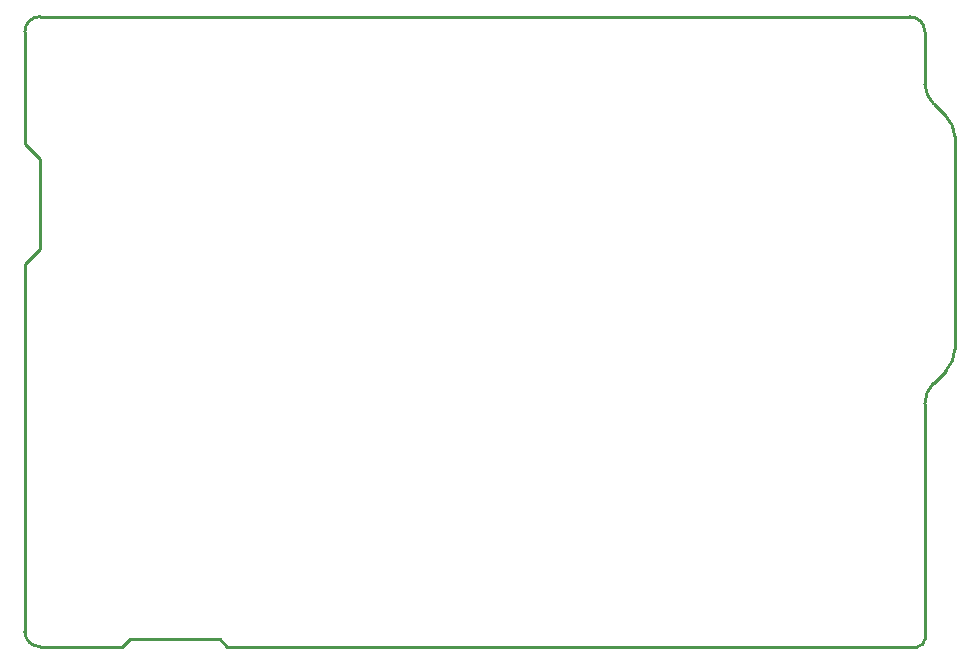
<source format=gbr>
G04 #@! TF.GenerationSoftware,KiCad,Pcbnew,5.1.0-unknown-9bfce26~82~ubuntu18.04.1*
G04 #@! TF.CreationDate,2019-03-14T11:14:55+02:00*
G04 #@! TF.ProjectId,OLIMEXINO-2560_Rev_B,4f4c494d-4558-4494-9e4f-2d323536305f,rev?*
G04 #@! TF.SameCoordinates,Original*
G04 #@! TF.FileFunction,Profile,NP*
%FSLAX46Y46*%
G04 Gerber Fmt 4.6, Leading zero omitted, Abs format (unit mm)*
G04 Created by KiCad (PCBNEW 5.1.0-unknown-9bfce26~82~ubuntu18.04.1) date 2019-03-14 11:14:55*
%MOMM*%
%LPD*%
G04 APERTURE LIST*
%ADD10C,0.254000*%
G04 APERTURE END LIST*
D10*
X99801293Y-48021888D02*
X100855393Y-49075988D01*
X101600000Y-50774600D02*
X101600000Y-68808600D01*
X98425000Y-93980000D02*
X40005000Y-93980000D01*
X22860000Y-92710000D02*
X22860000Y-61595000D01*
X24130000Y-40640000D02*
X97790000Y-40640000D01*
X99060000Y-41910000D02*
G75*
G03X97790000Y-40640000I-1270000J0D01*
G01*
X99061467Y-46354925D02*
G75*
G03X99801293Y-48021888I2538146J128817D01*
G01*
X101597373Y-50774701D02*
G75*
G03X100855393Y-49075988I-2537760J-97067D01*
G01*
X98425000Y-93980000D02*
G75*
G03X99060000Y-93345000I0J635000D01*
G01*
X22860000Y-92710000D02*
G75*
G03X24130000Y-93980000I1270000J0D01*
G01*
X24130000Y-40640000D02*
G75*
G03X22860000Y-41910000I0J-1270000D01*
G01*
X99060000Y-41910000D02*
X99060000Y-46355000D01*
X99060000Y-73444100D02*
X99060000Y-74320400D01*
X100838000Y-70612000D02*
X99796600Y-71653400D01*
X99797523Y-71654498D02*
G75*
G03X99060000Y-73444100I1802477J-1789602D01*
G01*
X100838195Y-70612199D02*
G75*
G03X101600000Y-68808600I-1778195J1813759D01*
G01*
X99060000Y-74320400D02*
X99060000Y-93345000D01*
X24130000Y-93980000D02*
X31115000Y-93980000D01*
X31750000Y-93345000D02*
X39370000Y-93345000D01*
X24130000Y-60325000D02*
X24130000Y-52705000D01*
X22860000Y-51435000D02*
X22860000Y-41910000D01*
X24130000Y-52705000D02*
X22860000Y-51435000D01*
X22860000Y-61595000D02*
X24130000Y-60325000D01*
X31115000Y-93980000D02*
X31750000Y-93345000D01*
X39370000Y-93345000D02*
X40005000Y-93980000D01*
M02*

</source>
